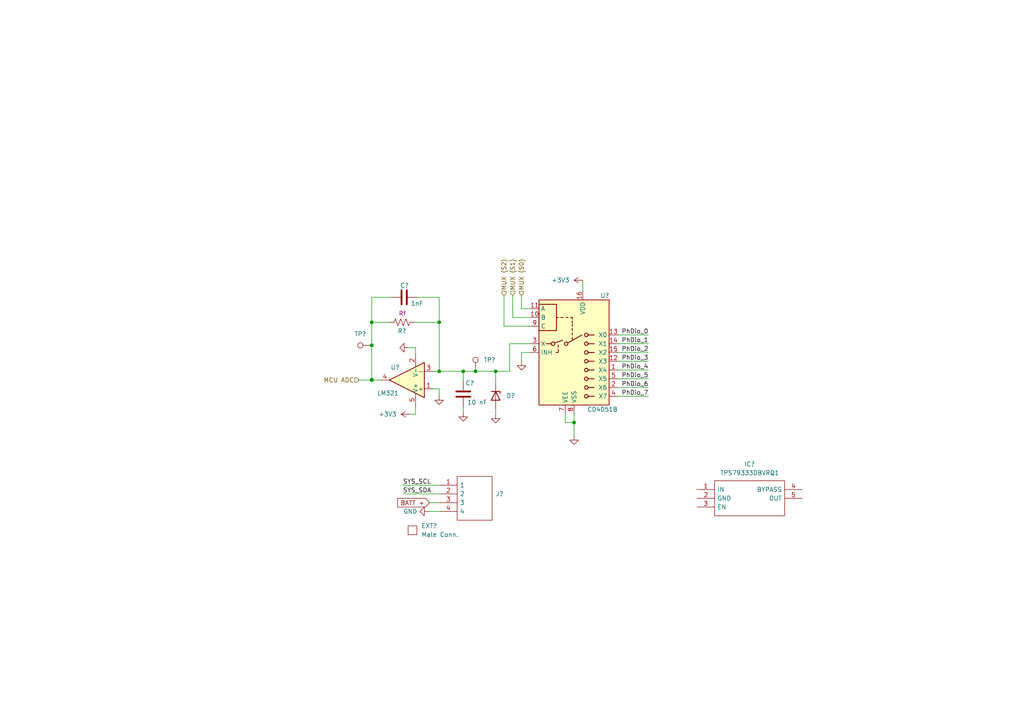
<source format=kicad_sch>
(kicad_sch (version 20211123) (generator eeschema)
  (paper "A4")
  (lib_symbols
    (symbol "0_custom:{lt}name{gt}"
      (property "Reference" "EXT" (at -1.27 2.54 0))
      (property "Value" "{lt}name{gt}" (at 0 -2.54 0))
      (symbol "{lt}name{gt}_0_1"
        (rectangle (start -1.27 1.27) (end 1.27 -1.27))
      )
    )
    (symbol "70543-0108:70543-0108" (pin_names (offset 0.762))
      (property "Reference" "J" (at 16.51 7.62 0))
      (property "Value" "70543-0108" (at 16.51 5.08 0))
      (symbol "70543-0108_0_0"
        (pin passive line (at 0 0 0) (length 5.08) (name "1") (number "1"))
        (pin passive line (at 0 -2.54 0) (length 5.08) (name "2") (number "2"))
        (pin passive line (at 0 -5.08 0) (length 5.08) (name "3") (number "3"))
        (pin passive line (at 0 -7.62 0) (length 5.08) (name "4") (number "4"))
      )
      (symbol "70543-0108_0_1"
        (polyline (pts (xy 5.08 2.54) (xy 15.24 2.54) (xy 15.24 -10.16) (xy 5.08 -10.16) (xy 5.08 2.54)) (stroke (width 0.1524)))
      )
    )
    (symbol "Amplifier_Operational:LMV321" (pin_names (offset 0.127))
      (property "Reference" "U" (at 0 5.08 0))
      (property "Value" "LMV321" (at 0 -5.08 0))
      (symbol "LMV321_0_1"
        (polyline (pts (xy -5.08 5.08) (xy 5.08 0) (xy -5.08 -5.08) (xy -5.08 5.08)) (stroke (width 0.254)) (fill (type background)))
        (pin power_in line (at -2.54 -7.62 90) (length 3.81) (name "V-") (number "2"))
        (pin power_in line (at -2.54 7.62 270) (length 3.81) (name "V+") (number "5"))
      )
      (symbol "LMV321_1_1"
        (pin input line (at -7.62 2.54 0) (length 2.54) (name "+") (number "1"))
        (pin input line (at -7.62 -2.54 0) (length 2.54) (name "-") (number "3"))
        (pin output line (at 7.62 0 180) (length 2.54) (name "~") (number "4"))
      )
    )
    (symbol "Analog_Switch:CD4051B"
      (property "Reference" "U" (at -10.16 16.51 0))
      (property "Value" "CD4051B" (at 3.81 16.51 0))
      (symbol "CD4051B_0_1"
        (rectangle (start -10.16 6.35) (end -5.08 13.97) (stroke (width 0.254)))
        (rectangle (start -10.16 15.24) (end 10.16 -15.24) (stroke (width 0.254)) (fill (type background)))
        (circle (center -6.096 2.54) (radius 0.508) (stroke (width 0.254)))
        (circle (center -2.286 2.54) (radius 0.508) (stroke (width 0.254)))
        (polyline (pts (xy -8.128 2.54) (xy -6.604 2.54)) (stroke (width 0.254)))
        (polyline (pts (xy -5.588 2.794) (xy -3.302 3.556)) (stroke (width 0.254)))
        (polyline (pts (xy -4.572 0) (xy -5.207 0)) (stroke (width 0.254)))
        (polyline (pts (xy -4.572 0.254) (xy -4.572 0.889)) (stroke (width 0.254)))
        (polyline (pts (xy -4.572 1.524) (xy -4.572 2.159)) (stroke (width 0.254)))
        (polyline (pts (xy -4.572 10.16) (xy -5.08 10.16)) (stroke (width 0.254)))
        (polyline (pts (xy -3.81 10.16) (xy -3.175 10.16)) (stroke (width 0.254)))
        (polyline (pts (xy -1.778 2.794) (xy 2.286 5.08)) (stroke (width 0.254)))
        (polyline (pts (xy -1.778 10.16) (xy -2.286 10.16)) (stroke (width 0.254)))
        (polyline (pts (xy -0.508 3.81) (xy -0.508 4.445)) (stroke (width 0.254)))
        (polyline (pts (xy -0.508 5.08) (xy -0.508 5.715)) (stroke (width 0.254)))
        (polyline (pts (xy -0.508 6.35) (xy -0.508 6.985)) (stroke (width 0.254)))
        (polyline (pts (xy -0.508 7.62) (xy -0.508 8.255)) (stroke (width 0.254)))
        (polyline (pts (xy -0.508 8.636) (xy -0.508 9.144)) (stroke (width 0.254)))
        (polyline (pts (xy -0.508 9.652) (xy -0.508 10.16)) (stroke (width 0.254)))
        (polyline (pts (xy -0.508 10.16) (xy -1.016 10.16)) (stroke (width 0.254)))
        (polyline (pts (xy 4.064 -12.7) (xy 5.842 -12.7)) (stroke (width 0.254)))
        (polyline (pts (xy 4.064 -10.16) (xy 5.842 -10.16)) (stroke (width 0.254)))
        (polyline (pts (xy 4.064 -7.62) (xy 5.842 -7.62)) (stroke (width 0.254)))
        (polyline (pts (xy 4.064 -5.08) (xy 5.842 -5.08)) (stroke (width 0.254)))
        (polyline (pts (xy 4.064 -2.54) (xy 5.842 -2.54)) (stroke (width 0.254)))
        (polyline (pts (xy 4.064 0) (xy 5.842 0)) (stroke (width 0.254)))
        (polyline (pts (xy 4.064 2.54) (xy 5.842 2.54)) (stroke (width 0.254)))
        (polyline (pts (xy 4.064 5.08) (xy 5.842 5.08)) (stroke (width 0.254)))
        (circle (center 3.556 -12.7) (radius 0.508) (stroke (width 0.254)))
        (circle (center 3.556 -10.16) (radius 0.508) (stroke (width 0.254)))
        (circle (center 3.556 -7.62) (radius 0.508) (stroke (width 0.254)))
        (circle (center 3.556 -5.08) (radius 0.508) (stroke (width 0.254)))
        (circle (center 3.556 -2.54) (radius 0.508) (stroke (width 0.254)))
        (circle (center 3.556 0) (radius 0.508) (stroke (width 0.254)))
        (circle (center 3.556 2.54) (radius 0.508) (stroke (width 0.254)))
        (circle (center 3.556 5.08) (radius 0.508) (stroke (width 0.254)))
      )
      (symbol "CD4051B_1_1"
        (pin bidirectional line (at 12.7 -5.08 180) (length 2.54) (name "X4") (number "1"))
        (pin input line (at -12.7 10.16 0) (length 2.54) (name "B") (number "10"))
        (pin input line (at -12.7 12.7 0) (length 2.54) (name "A") (number "11"))
        (pin bidirectional line (at 12.7 -2.54 180) (length 2.54) (name "X3") (number "12"))
        (pin bidirectional line (at 12.7 5.08 180) (length 2.54) (name "X0") (number "13"))
        (pin bidirectional line (at 12.7 2.54 180) (length 2.54) (name "X1") (number "14"))
        (pin bidirectional line (at 12.7 0 180) (length 2.54) (name "X2") (number "15"))
        (pin power_in line (at 2.54 17.78 270) (length 2.54) (name "VDD") (number "16"))
        (pin bidirectional line (at 12.7 -10.16 180) (length 2.54) (name "X6") (number "2"))
        (pin bidirectional line (at -12.7 2.54 0) (length 2.54) (name "X") (number "3"))
        (pin bidirectional line (at 12.7 -12.7 180) (length 2.54) (name "X7") (number "4"))
        (pin bidirectional line (at 12.7 -7.62 180) (length 2.54) (name "X5") (number "5"))
        (pin input line (at -12.7 0 0) (length 2.54) (name "INH") (number "6"))
        (pin power_in line (at -2.54 -17.78 90) (length 2.54) (name "VEE") (number "7"))
        (pin power_in line (at 0 -17.78 90) (length 2.54) (name "VSS") (number "8"))
        (pin input line (at -12.7 7.62 0) (length 2.54) (name "C") (number "9"))
      )
    )
    (symbol "Connector:TestPoint" (pin_numbers hide) (pin_names (offset 0.762) hide)
      (property "Reference" "TP" (at 0 6.858 0))
      (property "Value" "TestPoint" (at 0 5.08 0))
      (symbol "TestPoint_0_1"
        (circle (center 0 3.302) (radius 0.762))
      )
      (symbol "TestPoint_1_1"
        (pin passive line (at 0 0 90) (length 2.54) (name "1") (number "1"))
      )
    )
    (symbol "Device:C" (pin_numbers hide) (pin_names (offset 0.254))
      (property "Reference" "C" (at 0.635 2.54 0))
      (property "Value" "C" (at 0.635 -2.54 0))
      (symbol "C_0_1"
        (polyline (pts (xy -2.032 -0.762) (xy 2.032 -0.762)) (stroke (width 0.508)))
        (polyline (pts (xy -2.032 0.762) (xy 2.032 0.762)) (stroke (width 0.508)))
      )
      (symbol "C_1_1"
        (pin passive line (at 0 3.81 270) (length 2.794) (name "~") (number "1"))
        (pin passive line (at 0 -3.81 90) (length 2.794) (name "~") (number "2"))
      )
    )
    (symbol "Device:R_US" (pin_numbers hide) (pin_names (offset 0))
      (property "Reference" "R" (at 2.54 0 90))
      (property "Value" "R_US" (at -2.54 0 90))
      (symbol "R_US_0_1"
        (polyline (pts (xy 0 -2.286) (xy 0 -2.54)))
        (polyline (pts (xy 0 2.286) (xy 0 2.54)))
        (polyline (pts (xy 0 -0.762) (xy 1.016 -1.143) (xy 0 -1.524) (xy -1.016 -1.905) (xy 0 -2.286)))
        (polyline (pts (xy 0 0.762) (xy 1.016 0.381) (xy 0 0) (xy -1.016 -0.381) (xy 0 -0.762)))
        (polyline (pts (xy 0 2.286) (xy 1.016 1.905) (xy 0 1.524) (xy -1.016 1.143) (xy 0 0.762)))
      )
      (symbol "R_US_1_1"
        (pin passive line (at 0 3.81 270) (length 1.27) (name "~") (number "1"))
        (pin passive line (at 0 -3.81 90) (length 1.27) (name "~") (number "2"))
      )
    )
    (symbol "Diode:ESD5Zxx" (pin_numbers hide) (pin_names hide)
      (property "Reference" "D" (at 0 2.54 0))
      (property "Value" "ESD5Zxx" (at 0 -2.54 0))
      (symbol "ESD5Zxx_0_1"
        (polyline (pts (xy 1.27 0) (xy -1.27 0)))
        (polyline (pts (xy -1.27 -1.27) (xy -1.27 1.27) (xy -0.762 1.27)) (stroke (width 0.254)))
        (polyline (pts (xy 1.27 -1.27) (xy 1.27 1.27) (xy -1.27 0) (xy 1.27 -1.27)) (stroke (width 0.254)))
      )
      (symbol "ESD5Zxx_1_1"
        (pin passive line (at -3.81 0 0) (length 2.54) (name "K") (number "1"))
        (pin passive line (at 3.81 0 180) (length 2.54) (name "A") (number "2"))
      )
    )
    (symbol "TPS79333DBVRQ1:TPS79333DBVRQ1" (pin_names (offset 0.762))
      (property "Reference" "IC" (at 26.67 7.62 0))
      (property "Value" "TPS79333DBVRQ1" (at 26.67 5.08 0))
      (symbol "TPS79333DBVRQ1_0_0"
        (pin passive line (at 0 0 0) (length 5.08) (name "IN") (number "1"))
        (pin passive line (at 0 -2.54 0) (length 5.08) (name "GND") (number "2"))
        (pin passive line (at 0 -5.08 0) (length 5.08) (name "EN") (number "3"))
        (pin passive line (at 30.48 0 180) (length 5.08) (name "BYPASS") (number "4"))
        (pin passive line (at 30.48 -2.54 180) (length 5.08) (name "OUT") (number "5"))
      )
      (symbol "TPS79333DBVRQ1_0_1"
        (polyline (pts (xy 5.08 2.54) (xy 25.4 2.54) (xy 25.4 -7.62) (xy 5.08 -7.62) (xy 5.08 2.54)) (stroke (width 0.1524)))
      )
    )
    (symbol "power:+3V3" (power) (pin_names (offset 0))
      (property "Value" "+3V3" (at 0 3.556 0))
      (symbol "+3V3_0_1"
        (polyline (pts (xy -0.762 1.27) (xy 0 2.54)))
        (polyline (pts (xy 0 0) (xy 0 2.54)))
        (polyline (pts (xy 0 2.54) (xy 0.762 1.27)))
      )
      (symbol "+3V3_1_1"
        (pin power_in line (at 0 0 90) (length 0) hide (name "+3V3") (number "1"))
      )
    )
    (symbol "power:GND" (power) (pin_names (offset 0))
      (property "Value" "GND" (at 0 -3.81 0))
      (symbol "GND_0_1"
        (polyline (pts (xy 0 0) (xy 0 -1.27) (xy 1.27 -1.27) (xy 0 -2.54) (xy -1.27 -1.27) (xy 0 -1.27)))
      )
      (symbol "GND_1_1"
        (pin power_in line (at 0 0 270) (length 0) hide (name "GND") (number "1"))
      )
    )
  )
  (junction (at 134.366 107.696))
  (junction (at 137.922 107.696))
  (junction (at 127.381 93.472))
  (junction (at 143.764 107.696))
  (junction (at 107.823 100.1575))
  (junction (at 107.823 93.472))
  (junction (at 107.823 110.236))
  (junction (at 127.381 107.696))
  (junction (at 166.497 122.555))
  (junction (at 107.823 110.109))
  (wire (pts (xy 116.84 143.256) (xy 127.508 143.256)))
  (wire (pts (xy 124.587 145.796) (xy 127.508 145.796)))
  (wire (pts (xy 166.497 120.015) (xy 166.497 122.555)))
  (wire (pts (xy 169.037 81.28) (xy 169.037 84.455)))
  (wire (pts (xy 143.764 118.618) (xy 143.764 120.142)))
  (wire (pts (xy 127.381 86.233) (xy 127.381 93.472)))
  (wire (pts (xy 143.764 107.696) (xy 143.764 110.998)))
  (wire (pts (xy 113.411 86.233) (xy 107.823 86.233)))
  (wire (pts (xy 151.257 89.535) (xy 153.797 89.535)))
  (wire (pts (xy 116.84 140.716) (xy 127.508 140.716)))
  (wire (pts (xy 134.366 118.11) (xy 134.366 119.634)))
  (wire (pts (xy 151.257 104.775) (xy 151.257 102.235)))
  (wire (pts (xy 179.197 104.775) (xy 188.087 104.775)))
  (wire (pts (xy 151.257 85.725) (xy 151.257 89.535)))
  (wire (pts (xy 146.177 85.725) (xy 146.177 94.615)))
  (wire (pts (xy 134.366 107.696) (xy 137.922 107.696)))
  (wire (pts (xy 107.823 100.1575) (xy 107.823 110.109)))
  (wire (pts (xy 151.257 102.235) (xy 153.797 102.235)))
  (wire (pts (xy 120.396 93.472) (xy 127.381 93.472)))
  (wire (pts (xy 134.366 107.696) (xy 134.366 110.49)))
  (wire (pts (xy 179.197 102.235) (xy 188.087 102.235)))
  (wire (pts (xy 127.381 114.808) (xy 127.381 112.776)))
  (wire (pts (xy 127.381 93.472) (xy 127.381 107.696)))
  (wire (pts (xy 146.177 94.615) (xy 153.797 94.615)))
  (wire (pts (xy 110.363 110.236) (xy 107.823 110.236)))
  (wire (pts (xy 166.497 122.555) (xy 166.497 126.365)))
  (wire (pts (xy 120.523 117.856) (xy 120.523 120.142)))
  (wire (pts (xy 120.523 120.142) (xy 118.872 120.142)))
  (wire (pts (xy 163.957 122.555) (xy 163.957 120.015)))
  (wire (pts (xy 137.922 107.696) (xy 143.764 107.696)))
  (wire (pts (xy 179.197 107.315) (xy 188.087 107.315)))
  (wire (pts (xy 179.197 99.695) (xy 188.087 99.695)))
  (wire (pts (xy 121.031 86.233) (xy 127.381 86.233)))
  (wire (pts (xy 125.603 107.696) (xy 127.381 107.696)))
  (wire (pts (xy 147.828 99.695) (xy 147.828 107.696)))
  (wire (pts (xy 107.823 93.472) (xy 107.823 100.1575)))
  (wire (pts (xy 166.497 122.555) (xy 163.957 122.555)))
  (wire (pts (xy 148.717 92.075) (xy 148.717 85.725)))
  (wire (pts (xy 120.523 100.838) (xy 120.523 102.616)))
  (wire (pts (xy 179.197 114.935) (xy 188.087 114.935)))
  (wire (pts (xy 124.333 148.336) (xy 127.508 148.336)))
  (wire (pts (xy 179.197 109.855) (xy 188.087 109.855)))
  (wire (pts (xy 127.381 112.776) (xy 125.603 112.776)))
  (wire (pts (xy 143.764 107.696) (xy 147.828 107.696)))
  (wire (pts (xy 148.717 92.075) (xy 153.797 92.075)))
  (wire (pts (xy 153.797 99.695) (xy 147.828 99.695)))
  (wire (pts (xy 104.14 110.236) (xy 107.823 110.236)))
  (wire (pts (xy 179.197 97.155) (xy 188.087 97.155)))
  (wire (pts (xy 118.491 100.838) (xy 120.523 100.838)))
  (wire (pts (xy 107.823 93.472) (xy 112.776 93.472)))
  (wire (pts (xy 107.823 86.233) (xy 107.823 93.472)))
  (wire (pts (xy 127.381 107.696) (xy 134.366 107.696)))
  (wire (pts (xy 179.197 112.395) (xy 188.087 112.395)))
  (label "SYS_SDA" (at 116.84 143.256 0))
  (label "PhDio_3" (at 188.087 104.775 180))
  (label "PhDio_1" (at 188.087 99.695 180))
  (label "PhDio_4" (at 188.087 107.315 180))
  (label "PhDio_2" (at 188.087 102.235 180))
  (label "PhDio_6" (at 188.087 112.395 180))
  (label "PhDio_0" (at 188.087 97.155 180))
  (label "SYS_SCL" (at 116.84 140.716 0))
  (label "PhDio_5" (at 188.087 109.855 180))
  (label "PhDio_7" (at 188.087 114.935 180))
  (global_label "BATT +" (shape input) (at 124.587 145.796 180) (property "Intersheet References" "${INTERSHEET_REFS}" (effects hide)))
  (hierarchical_label "MUX (S1)" (shape input) (at 148.717 85.725 90))
  (hierarchical_label "MUX (S2)" (shape input) (at 146.177 85.725 90))
  (hierarchical_label "MUX (S0)" (shape input) (at 151.257 85.725 90))
  (hierarchical_label "MCU ADC" (shape input) (at 104.14 110.236 180))
  (symbol (lib_id "Connector:TestPoint") (at 137.922 107.696 0) (unit 1)
    (property "Reference" "TP?" (at 140.208 104.3939 0) (effects (justify left)))
    (property "Value" "TestPoint" (effects hide))
    (property "Footprint" "TestPoint:TestPoint_Pad_D1.0mm" (effects hide))
  )
  (symbol (lib_id "power:+3V3") (at 169.037 81.28 90) (unit 1)
    (property "Reference" "#PWR?" (effects hide))
    (property "Value" "+3V3" (at 165.227 81.2799 90) (effects (justify left)))
  )
  (symbol (lib_id "power:GND") (at 124.333 148.336 270) (unit 1)
    (property "Reference" "#PWR?" (effects hide))
    (property "Value" "GND" (at 121.031 148.3359 90) (effects (justify right)))
  )
  (symbol (lib_id "TPS79333DBVRQ1:TPS79333DBVRQ1") (at 202.184 141.986 0) (unit 1)
    (property "Reference" "IC?" (at 217.424 134.62 0))
    (property "Value" "TPS79333DBVRQ1" (at 217.424 137.16 0))
    (property "Footprint" "SOT95P280X145-5N" (effects hide))
    (property "Datasheet" "http://componentsearchengine.com/Datasheets/1/TPS79333DBVRQ1.pdf" (effects hide))
    (property "Description" "Ultralow Noise High PSRR Fast RF 200-mA Low-Dropout Linear Regulators for Automotive" (effects hide))
    (property "Height" "1.45" (effects hide))
    (property "Mouser Part Number" "595-TPS79333DBVRQ1" (effects hide))
    (property "Mouser Price/Stock" "https://www.mouser.co.uk/ProductDetail/Texas-Instruments/TPS79333DBVRQ1?qs=BBezV1N05%2FswvE7K2sLtuQ%3D%3D" (effects hide))
    (property "Manufacturer_Name" "Texas Instruments" (effects hide))
    (property "Manufacturer_Part_Number" "TPS79333DBVRQ1" (effects hide))
  )
  (symbol (lib_id "Amplifier_Operational:LMV321") (at 117.983 110.236 180) (unit 1)
    (property "Reference" "U?" (at 113.284 106.553 0) (effects (justify right)))
    (property "Value" "LM321" (at 109.347 114.046 0) (effects (justify right)))
    (property "Footprint" "Package_TO_SOT_SMD:SOT-23-5" (effects hide))
    (property "Datasheet" "https://www.ti.com/general/docs/suppproductinfo.tsp?distId=10&gotoUrl=https%3A%2F%2Fwww.ti.com%2Flit%2Fgpn%2Flm321lv" (effects hide))
    (property "MPN" "LM321LVIDBVR" (effects hide))
  )
  (symbol (lib_id "Device:C") (at 134.366 114.3 0) (unit 1)
    (property "Reference" "C?" (at 136.271 111.125 0))
    (property "Value" "10 nF" (at 138.43 116.713 0))
    (property "Footprint" "Capacitor_SMD:C_0402_1005Metric" (effects hide))
    (property "MPN" "GRT155R71C103KE01J" (effects hide))
  )
  (symbol (lib_id "Device:R_US") (at 116.586 93.472 270) (unit 1)
    (property "Reference" "R?" (at 115.316 96.012 90) (effects (justify left)))
    (property "Value" "200k" (effects hide))
    (property "Footprint" "Resistor_SMD:R_0603_1608Metric_Pad0.98x0.95mm_HandSolder" (effects hide))
    (property "MPN" "AC0603FR-07200KL" (effects hide))
    (property "Name" "Rf" (at 116.713 90.932 90))
  )
  (symbol (lib_id "power:GND") (at 151.257 104.775 0) (unit 1)
    (property "Reference" "#PWR?" (effects hide))
    (property "Value" "GND" (effects hide))
  )
  (symbol (lib_id "70543-0108:70543-0108") (at 127.508 140.716 0) (unit 1)
    (property "Reference" "J?" (at 143.764 143.2559 0) (effects (justify left)))
    (property "Value" "70543-0108" (effects hide))
    (property "Footprint" "SHDR4W64P0X254_1X4_1271X508X1181P" (effects hide))
    (property "Datasheet" "https://www.molex.com/pdm_docs/sd/705430108_sd.pdf" (effects hide))
    (property "Description" "Molex SL 70543, 2.54mm Pitch, 4 Way, 1 Row, Straight PCB Header, Through Hole" (effects hide))
    (property "Height" "11.81" (effects hide))
    (property "Mouser Part Number" "538-70543-0108" (effects hide))
    (property "Mouser Price/Stock" "https://www.mouser.co.uk/ProductDetail/Molex/70543-0108?qs=zq6ruAkl8B6UeJlwQa9M3g%3D%3D" (effects hide))
    (property "Manufacturer_Name" "Molex" (effects hide))
    (property "Manufacturer_Part_Number" "70543-0108" (effects hide))
  )
  (symbol (lib_id "power:GND") (at 166.497 126.365 0) (unit 1)
    (property "Reference" "#PWR?" (effects hide))
    (property "Value" "GND" (effects hide))
  )
  (symbol (lib_id "Analog_Switch:CD4051B") (at 166.497 102.235 0) (unit 1)
    (property "Reference" "U?" (at 174.117 85.725 0) (effects (justify left)))
    (property "Value" "CD4051B" (at 170.307 118.745 0) (effects (justify left)))
    (property "Footprint" "Miles Added:PW0016A_L" (effects hide))
    (property "Datasheet" "http://www.ti.com/lit/ds/symlink/cd4052b.pdf" (effects hide))
    (property "MPN" "CD4051BQPWRG4Q1" (effects hide))
  )
  (symbol (lib_id "Connector:TestPoint") (at 107.823 100.1575 90) (unit 1)
    (property "Reference" "TP?" (at 104.521 96.8555 90))
    (property "Value" "TestPoint" (effects hide))
    (property "Footprint" "TestPoint:TestPoint_Pad_D1.0mm" (effects hide))
  )
  (symbol (lib_id "power:GND") (at 143.764 120.142 0) (mirror y) (unit 1)
    (property "Reference" "#PWR?" (effects hide))
    (property "Value" "GND" (effects hide))
  )
  (symbol (lib_id "0_custom:{lt}name{gt}") (at 119.634 153.797 270) (unit 1)
    (property "Reference" "EXT?" (at 122.174 152.5269 90) (effects (justify left)))
    (property "Value" "Male Conn." (at 122.174 155.0669 90) (effects (justify left)))
    (property "Footprint" "0_custom:EXT_no_footprint" (effects hide))
    (property "MPN" "0014562042" (effects hide))
  )
  (symbol (lib_id "power:GND") (at 134.366 119.634 0) (mirror y) (unit 1)
    (property "Reference" "#PWR?" (effects hide))
    (property "Value" "GND" (effects hide))
  )
  (symbol (lib_id "power:GND") (at 118.491 100.838 270) (unit 1)
    (property "Reference" "#PWR?" (effects hide))
    (property "Value" "GND" (effects hide))
  )
  (symbol (lib_id "power:+3V3") (at 118.872 120.142 90) (unit 1)
    (property "Reference" "#PWR?" (effects hide))
    (property "Value" "+3V3" (at 115.062 120.1419 90) (effects (justify left)))
  )
  (symbol (lib_id "power:GND") (at 127.381 114.808 0) (mirror y) (unit 1)
    (property "Reference" "#PWR?" (effects hide))
    (property "Value" "GND" (effects hide))
  )
  (symbol (lib_id "Device:C") (at 117.221 86.233 90) (mirror x) (unit 1)
    (property "Reference" "C?" (at 118.618 82.804 90) (effects (justify left)))
    (property "Value" "1nF" (at 122.809 88.011 90) (effects (justify left)))
    (property "Footprint" "Resistor_SMD:R_0402_1005Metric" (effects hide))
    (property "MPN" "GCM155R71H102KA37J" (effects hide))
  )
  (symbol (lib_id "Diode:ESD5Zxx") (at 143.764 114.808 270) (unit 1)
    (property "Reference" "D?" (at 146.812 114.8079 90) (effects (justify left)))
    (property "Value" "TVS" (effects hide))
    (property "Footprint" "Diode_SMD:D_0402_1005Metric" (effects hide))
  )
)
</source>
